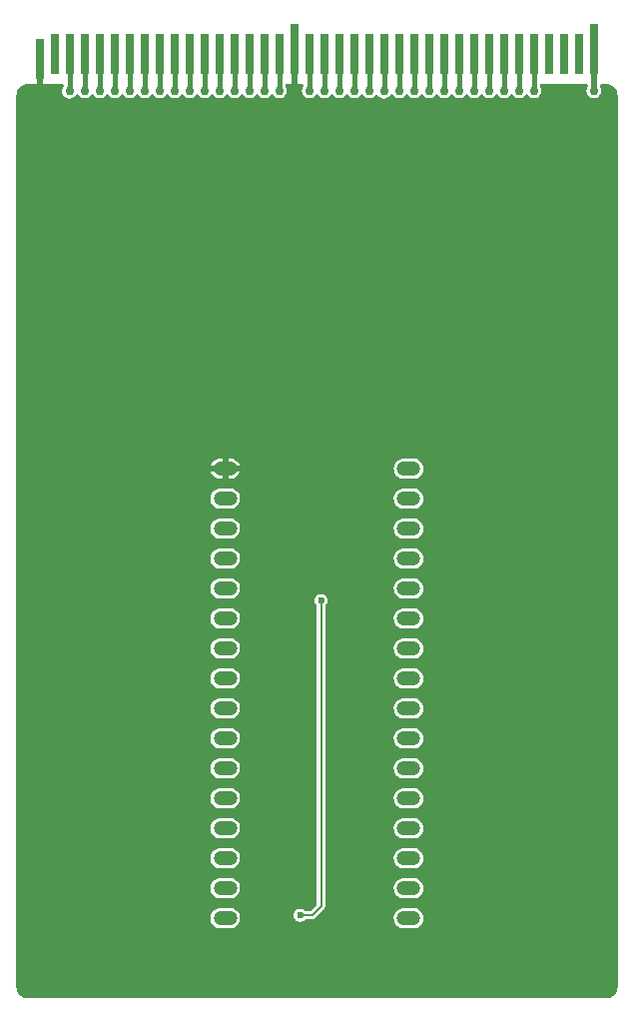
<source format=gbr>
%TF.GenerationSoftware,KiCad,Pcbnew,7.0.8*%
%TF.CreationDate,2023-11-19T22:04:51+01:00*%
%TF.ProjectId,ProtoHu_revA_layer1,50726f74-6f48-4755-9f72-6576415f6c61,rev?*%
%TF.SameCoordinates,Original*%
%TF.FileFunction,Copper,L1,Top*%
%TF.FilePolarity,Positive*%
%FSLAX46Y46*%
G04 Gerber Fmt 4.6, Leading zero omitted, Abs format (unit mm)*
G04 Created by KiCad (PCBNEW 7.0.8) date 2023-11-19 22:04:51*
%MOMM*%
%LPD*%
G01*
G04 APERTURE LIST*
%TA.AperFunction,SMDPad,CuDef*%
%ADD10R,0.762000X3.479800*%
%TD*%
%TA.AperFunction,SMDPad,CuDef*%
%ADD11R,0.762000X4.318000*%
%TD*%
%TA.AperFunction,ComponentPad*%
%ADD12O,2.000000X1.250000*%
%TD*%
%TA.AperFunction,ViaPad*%
%ADD13C,0.600000*%
%TD*%
%TA.AperFunction,ViaPad*%
%ADD14C,0.756400*%
%TD*%
%TA.AperFunction,Conductor*%
%ADD15C,0.500000*%
%TD*%
%TA.AperFunction,Conductor*%
%ADD16C,0.400000*%
%TD*%
%TA.AperFunction,Conductor*%
%ADD17C,0.200000*%
%TD*%
G04 APERTURE END LIST*
D10*
%TO.P,J1,1,/CARD_DETECT*%
%TO.N,GND*%
X124993400Y-66878200D03*
%TO.P,J1,2,AUDIO_IN*%
%TO.N,unconnected-(J1-AUDIO_IN-Pad2)*%
X126263400Y-66471800D03*
%TO.P,J1,3,A19*%
%TO.N,A19*%
X127533400Y-66471800D03*
%TO.P,J1,4,A16*%
%TO.N,Net-(IC1-A16)*%
X128803400Y-66471800D03*
%TO.P,J1,5,A15*%
%TO.N,Net-(IC1-A15)*%
X130073400Y-66471800D03*
%TO.P,J1,6,A12*%
%TO.N,Net-(IC1-A12)*%
X131343400Y-66471800D03*
%TO.P,J1,7,A7*%
%TO.N,Net-(IC1-A7)*%
X132613400Y-66471800D03*
%TO.P,J1,8,A6*%
%TO.N,Net-(IC1-A6)*%
X133883400Y-66471800D03*
%TO.P,J1,9,A5*%
%TO.N,Net-(IC1-A5)*%
X135153400Y-66471800D03*
%TO.P,J1,10,A4*%
%TO.N,Net-(IC1-A4)*%
X136423400Y-66471800D03*
%TO.P,J1,11,A3*%
%TO.N,Net-(IC1-A3)*%
X137693400Y-66471800D03*
%TO.P,J1,12,A2*%
%TO.N,Net-(IC1-A2)*%
X138963400Y-66471800D03*
%TO.P,J1,13,A1*%
%TO.N,Net-(IC1-A1)*%
X140233400Y-66471800D03*
%TO.P,J1,14,A0*%
%TO.N,Net-(IC1-A0)*%
X141503400Y-66471800D03*
%TO.P,J1,15,D0*%
%TO.N,Net-(IC1-DQ0)*%
X142773400Y-66471800D03*
%TO.P,J1,16,D1*%
%TO.N,Net-(IC1-DQ1)*%
X144043400Y-66471800D03*
%TO.P,J1,17,D2*%
%TO.N,Net-(IC1-DQ2)*%
X145313400Y-66471800D03*
D11*
%TO.P,J1,18,GND*%
%TO.N,GND*%
X146583400Y-66065400D03*
D10*
%TO.P,J1,19,D3*%
%TO.N,Net-(IC1-DQ3)*%
X147853400Y-66471800D03*
%TO.P,J1,20,D4*%
%TO.N,Net-(IC1-DQ4)*%
X149123400Y-66471800D03*
%TO.P,J1,21,D5*%
%TO.N,Net-(IC1-DQ5)*%
X150393400Y-66471800D03*
%TO.P,J1,22,D6*%
%TO.N,Net-(IC1-DQ6)*%
X151663400Y-66471800D03*
%TO.P,J1,23,D7*%
%TO.N,Net-(IC1-DQ7)*%
X152933400Y-66471800D03*
%TO.P,J1,24,A20*%
%TO.N,A20*%
X154203400Y-66471800D03*
%TO.P,J1,25,A10*%
%TO.N,Net-(IC1-A10)*%
X155473400Y-66471800D03*
%TO.P,J1,26,/RD*%
%TO.N,Net-(IC1-~{OE})*%
X156743400Y-66471800D03*
%TO.P,J1,27,A11*%
%TO.N,Net-(IC1-A11)*%
X158013400Y-66471800D03*
%TO.P,J1,28,A9*%
%TO.N,Net-(IC1-A9)*%
X159283400Y-66471800D03*
%TO.P,J1,29,A8*%
%TO.N,Net-(IC1-A8)*%
X160553400Y-66471800D03*
%TO.P,J1,30,A13*%
%TO.N,Net-(IC1-A13)*%
X161823400Y-66471800D03*
%TO.P,J1,31,A14*%
%TO.N,Net-(IC1-A14)*%
X163093400Y-66471800D03*
%TO.P,J1,32,A17*%
%TO.N,Net-(IC1-A17)*%
X164363400Y-66471800D03*
%TO.P,J1,33,A18*%
%TO.N,Net-(IC1-A18)*%
X165633400Y-66471800D03*
%TO.P,J1,34,/WR*%
%TO.N,Net-(IC1-~{WE})*%
X166903400Y-66471800D03*
%TO.P,J1,35,HISPEED*%
%TO.N,unconnected-(J1-HISPEED-Pad35)*%
X168173400Y-66471800D03*
%TO.P,J1,36,/RESET*%
%TO.N,unconnected-(J1-{slash}RESET-Pad36)*%
X169443400Y-66471800D03*
%TO.P,J1,37,/IRQ2*%
%TO.N,unconnected-(J1-{slash}IRQ2-Pad37)*%
X170713400Y-66471800D03*
D11*
%TO.P,J1,38,VCC*%
%TO.N,VCC*%
X171983400Y-66065400D03*
%TD*%
D12*
%TO.P,J2,1,A18*%
%TO.N,Net-(IC1-A18)*%
X140716000Y-139700000D03*
%TO.P,J2,2,A16*%
%TO.N,Net-(IC1-A16)*%
X140716000Y-137160000D03*
%TO.P,J2,3,A15*%
%TO.N,Net-(IC1-A15)*%
X140716000Y-134620000D03*
%TO.P,J2,4,A12*%
%TO.N,Net-(IC1-A12)*%
X140716000Y-132080000D03*
%TO.P,J2,5,A7*%
%TO.N,Net-(IC1-A7)*%
X140716000Y-129540000D03*
%TO.P,J2,6,A6*%
%TO.N,Net-(IC1-A6)*%
X140716000Y-127000000D03*
%TO.P,J2,7,A5*%
%TO.N,Net-(IC1-A5)*%
X140716000Y-124460000D03*
%TO.P,J2,8,A4*%
%TO.N,Net-(IC1-A4)*%
X140716000Y-121920000D03*
%TO.P,J2,9,A3*%
%TO.N,Net-(IC1-A3)*%
X140716000Y-119380000D03*
%TO.P,J2,10,A2*%
%TO.N,Net-(IC1-A2)*%
X140716000Y-116840000D03*
%TO.P,J2,11,A1*%
%TO.N,Net-(IC1-A1)*%
X140716000Y-114300000D03*
%TO.P,J2,12,A0*%
%TO.N,Net-(IC1-A0)*%
X140716000Y-111760000D03*
%TO.P,J2,13,DQ0*%
%TO.N,Net-(IC1-DQ0)*%
X140716000Y-109220000D03*
%TO.P,J2,14,DQ1*%
%TO.N,Net-(IC1-DQ1)*%
X140716000Y-106680000D03*
%TO.P,J2,15,DQ2*%
%TO.N,Net-(IC1-DQ2)*%
X140716000Y-104140000D03*
%TO.P,J2,16,VSS*%
%TO.N,GND*%
X140716000Y-101600000D03*
%TO.P,J2,17,DQ3*%
%TO.N,Net-(IC1-DQ3)*%
X156274000Y-101600000D03*
%TO.P,J2,18,DQ4*%
%TO.N,Net-(IC1-DQ4)*%
X156274000Y-104140000D03*
%TO.P,J2,19,DQ5*%
%TO.N,Net-(IC1-DQ5)*%
X156274000Y-106680000D03*
%TO.P,J2,20,DQ6*%
%TO.N,Net-(IC1-DQ6)*%
X156274000Y-109220000D03*
%TO.P,J2,21,DQ7*%
%TO.N,Net-(IC1-DQ7)*%
X156274000Y-111760000D03*
%TO.P,J2,22,CE#*%
%TO.N,A20*%
X156274000Y-114300000D03*
%TO.P,J2,23,A10*%
%TO.N,Net-(IC1-A10)*%
X156274000Y-116840000D03*
%TO.P,J2,24,OE#*%
%TO.N,Net-(IC1-~{OE})*%
X156274000Y-119380000D03*
%TO.P,J2,25,A11*%
%TO.N,Net-(IC1-A11)*%
X156274000Y-121920000D03*
%TO.P,J2,26,A9*%
%TO.N,Net-(IC1-A9)*%
X156274000Y-124460000D03*
%TO.P,J2,27,A8*%
%TO.N,Net-(IC1-A8)*%
X156274000Y-127000000D03*
%TO.P,J2,28,A13*%
%TO.N,Net-(IC1-A13)*%
X156274000Y-129540000D03*
%TO.P,J2,29,A14*%
%TO.N,Net-(IC1-A14)*%
X156274000Y-132080000D03*
%TO.P,J2,30,A17*%
%TO.N,Net-(IC1-A17)*%
X156274000Y-134620000D03*
%TO.P,J2,31,WE#*%
%TO.N,Net-(IC1-~{WE})*%
X156274000Y-137160000D03*
%TO.P,J2,32,VDD*%
%TO.N,VCC*%
X156274000Y-139700000D03*
%TD*%
D13*
%TO.N,GND*%
X149700000Y-136200000D03*
X151130000Y-120500000D03*
X147300000Y-136200000D03*
X145750000Y-120500000D03*
X153670000Y-136398000D03*
X149700000Y-137700000D03*
X148240000Y-105470600D03*
X151130000Y-117094000D03*
X151130000Y-113284000D03*
X145669000Y-117094000D03*
X147300000Y-137700000D03*
X145669000Y-113284000D03*
D14*
%TO.N,VCC*%
X171983400Y-69570600D03*
%TO.N,Net-(IC1-A11)*%
X158013400Y-69570600D03*
%TO.N,Net-(IC1-A9)*%
X159283400Y-69570600D03*
%TO.N,Net-(IC1-A8)*%
X160553400Y-69570600D03*
%TO.N,Net-(IC1-A13)*%
X161823400Y-69570600D03*
%TO.N,Net-(IC1-A14)*%
X163093400Y-69570600D03*
%TO.N,Net-(IC1-A17)*%
X164363400Y-69570600D03*
%TO.N,Net-(IC1-~{WE})*%
X166903400Y-69570600D03*
%TO.N,Net-(IC1-A18)*%
X165633400Y-69570600D03*
%TO.N,Net-(IC1-A16)*%
X128803400Y-69570600D03*
%TO.N,Net-(IC1-A15)*%
X130073400Y-69570600D03*
%TO.N,Net-(IC1-A12)*%
X131343400Y-69570600D03*
%TO.N,Net-(IC1-A7)*%
X132613400Y-69570600D03*
%TO.N,Net-(IC1-A6)*%
X133883400Y-69570600D03*
%TO.N,Net-(IC1-A5)*%
X135153400Y-69570600D03*
%TO.N,Net-(IC1-A4)*%
X136423400Y-69570600D03*
%TO.N,Net-(IC1-A3)*%
X137693400Y-69570600D03*
%TO.N,Net-(IC1-A2)*%
X138963400Y-69570600D03*
%TO.N,Net-(IC1-A1)*%
X140233400Y-69570600D03*
%TO.N,Net-(IC1-A0)*%
X141503400Y-69570600D03*
%TO.N,Net-(IC1-DQ0)*%
X142773400Y-69570600D03*
%TO.N,Net-(IC1-DQ1)*%
X144043400Y-69570600D03*
%TO.N,Net-(IC1-DQ2)*%
X145313400Y-69570600D03*
%TO.N,Net-(IC1-DQ3)*%
X147853400Y-69570600D03*
%TO.N,Net-(IC1-DQ4)*%
X149123400Y-69570600D03*
%TO.N,Net-(IC1-DQ5)*%
X150393400Y-69570600D03*
%TO.N,Net-(IC1-DQ6)*%
X151663400Y-69570600D03*
%TO.N,Net-(IC1-DQ7)*%
X152933400Y-69570600D03*
D13*
%TO.N,FLASH_CE*%
X147066000Y-139446000D03*
X148844000Y-112776000D03*
D14*
%TO.N,Net-(IC1-A10)*%
X155473400Y-69570600D03*
%TO.N,Net-(IC1-~{OE})*%
X156743400Y-69570600D03*
%TO.N,A19*%
X127508000Y-69596000D03*
%TO.N,A20*%
X154178000Y-69596000D03*
%TD*%
D15*
%TO.N,GND*%
X144018000Y-101600000D02*
X140716000Y-101600000D01*
X146583400Y-99034600D02*
X144018000Y-101600000D01*
X124993400Y-90793400D02*
X124993400Y-66878200D01*
X135800000Y-101600000D02*
X124993400Y-90793400D01*
X146583400Y-66065400D02*
X146583400Y-99034600D01*
X140716000Y-101600000D02*
X135800000Y-101600000D01*
%TO.N,VCC*%
X171983400Y-69570600D02*
X171983400Y-66065400D01*
D16*
%TO.N,Net-(IC1-A11)*%
X158013400Y-69570600D02*
X158013400Y-66471800D01*
%TO.N,Net-(IC1-A9)*%
X159283400Y-69570600D02*
X159283400Y-66471800D01*
%TO.N,Net-(IC1-A8)*%
X160553400Y-69570600D02*
X160553400Y-66471800D01*
%TO.N,Net-(IC1-A13)*%
X161823400Y-69570600D02*
X161823400Y-66471800D01*
%TO.N,Net-(IC1-A14)*%
X163093400Y-69570600D02*
X163093400Y-66471800D01*
%TO.N,Net-(IC1-A17)*%
X164363400Y-69570600D02*
X164363400Y-66471800D01*
%TO.N,Net-(IC1-~{WE})*%
X166903400Y-69570600D02*
X166903400Y-66471800D01*
%TO.N,Net-(IC1-A18)*%
X165633400Y-69570600D02*
X165633400Y-66471800D01*
%TO.N,Net-(IC1-A16)*%
X128803400Y-69570600D02*
X128803400Y-66471800D01*
%TO.N,Net-(IC1-A15)*%
X130073400Y-66471800D02*
X130073400Y-69570600D01*
%TO.N,Net-(IC1-A12)*%
X131343400Y-69570600D02*
X131343400Y-66471800D01*
%TO.N,Net-(IC1-A7)*%
X132613400Y-69570600D02*
X132613400Y-66471800D01*
%TO.N,Net-(IC1-A6)*%
X133883400Y-69570600D02*
X133883400Y-66471800D01*
%TO.N,Net-(IC1-A5)*%
X135153400Y-69570600D02*
X135153400Y-66471800D01*
%TO.N,Net-(IC1-A4)*%
X136423400Y-69570600D02*
X136423400Y-66471800D01*
%TO.N,Net-(IC1-A3)*%
X137693400Y-69570600D02*
X137693400Y-66471800D01*
%TO.N,Net-(IC1-A2)*%
X138963400Y-69570600D02*
X138963400Y-66471800D01*
%TO.N,Net-(IC1-A1)*%
X140233400Y-69570600D02*
X140233400Y-66471800D01*
%TO.N,Net-(IC1-A0)*%
X141503400Y-69570600D02*
X141503400Y-66471800D01*
%TO.N,Net-(IC1-DQ0)*%
X142773400Y-69570600D02*
X142773400Y-66471800D01*
%TO.N,Net-(IC1-DQ1)*%
X144043400Y-69570600D02*
X144043400Y-66471800D01*
%TO.N,Net-(IC1-DQ2)*%
X145313400Y-69570600D02*
X145313400Y-66471800D01*
%TO.N,Net-(IC1-DQ3)*%
X147853400Y-69570600D02*
X147853400Y-66471800D01*
%TO.N,Net-(IC1-DQ4)*%
X149123400Y-69570600D02*
X149123400Y-66471800D01*
%TO.N,Net-(IC1-DQ5)*%
X150393400Y-69570600D02*
X150393400Y-66471800D01*
%TO.N,Net-(IC1-DQ6)*%
X151663400Y-69570600D02*
X151663400Y-66471800D01*
%TO.N,Net-(IC1-DQ7)*%
X152933400Y-69570600D02*
X152933400Y-66471800D01*
D17*
%TO.N,FLASH_CE*%
X148844000Y-138684000D02*
X148082000Y-139446000D01*
X148082000Y-139446000D02*
X147066000Y-139446000D01*
X148844000Y-112776000D02*
X148844000Y-138684000D01*
D16*
%TO.N,Net-(IC1-A10)*%
X155473400Y-69570600D02*
X155473400Y-66471800D01*
%TO.N,Net-(IC1-~{OE})*%
X156743400Y-69570600D02*
X156743400Y-66471800D01*
%TO.N,A19*%
X127533400Y-66471800D02*
X127533400Y-69570600D01*
D17*
X127533400Y-69570600D02*
X127508000Y-69596000D01*
D16*
%TO.N,A20*%
X154203400Y-66471800D02*
X154203400Y-69570600D01*
D17*
X154203400Y-69570600D02*
X154178000Y-69596000D01*
%TD*%
%TA.AperFunction,Conductor*%
%TO.N,GND*%
G36*
X126986238Y-69019685D02*
G01*
X127031993Y-69072489D01*
X127041937Y-69141647D01*
X127021249Y-69194440D01*
X126947226Y-69301679D01*
X126893084Y-69444437D01*
X126874682Y-69595999D01*
X126874682Y-69596000D01*
X126893084Y-69747562D01*
X126947226Y-69890320D01*
X127033954Y-70015967D01*
X127033955Y-70015968D01*
X127148234Y-70117210D01*
X127283422Y-70188163D01*
X127431662Y-70224700D01*
X127584338Y-70224700D01*
X127732578Y-70188163D01*
X127867766Y-70117210D01*
X127982045Y-70015968D01*
X128062416Y-69899529D01*
X128116699Y-69855540D01*
X128186147Y-69847880D01*
X128248712Y-69878983D01*
X128266515Y-69899529D01*
X128329355Y-69990568D01*
X128443634Y-70091810D01*
X128578822Y-70162763D01*
X128727062Y-70199300D01*
X128879738Y-70199300D01*
X129027978Y-70162763D01*
X129163166Y-70091810D01*
X129277445Y-69990568D01*
X129336350Y-69905228D01*
X129390633Y-69861239D01*
X129460081Y-69853579D01*
X129522646Y-69884682D01*
X129540448Y-69905227D01*
X129599355Y-69990568D01*
X129713634Y-70091810D01*
X129848822Y-70162763D01*
X129997062Y-70199300D01*
X130149738Y-70199300D01*
X130297978Y-70162763D01*
X130433166Y-70091810D01*
X130547445Y-69990568D01*
X130606350Y-69905228D01*
X130660633Y-69861239D01*
X130730081Y-69853579D01*
X130792646Y-69884682D01*
X130810448Y-69905227D01*
X130869355Y-69990568D01*
X130983634Y-70091810D01*
X131118822Y-70162763D01*
X131267062Y-70199300D01*
X131419738Y-70199300D01*
X131567978Y-70162763D01*
X131703166Y-70091810D01*
X131817445Y-69990568D01*
X131876350Y-69905228D01*
X131930633Y-69861239D01*
X132000081Y-69853579D01*
X132062646Y-69884682D01*
X132080448Y-69905227D01*
X132139355Y-69990568D01*
X132253634Y-70091810D01*
X132388822Y-70162763D01*
X132537062Y-70199300D01*
X132689738Y-70199300D01*
X132837978Y-70162763D01*
X132973166Y-70091810D01*
X133087445Y-69990568D01*
X133146350Y-69905228D01*
X133200633Y-69861239D01*
X133270081Y-69853579D01*
X133332646Y-69884682D01*
X133350448Y-69905227D01*
X133409355Y-69990568D01*
X133523634Y-70091810D01*
X133658822Y-70162763D01*
X133807062Y-70199300D01*
X133959738Y-70199300D01*
X134107978Y-70162763D01*
X134243166Y-70091810D01*
X134357445Y-69990568D01*
X134416350Y-69905228D01*
X134470633Y-69861239D01*
X134540081Y-69853579D01*
X134602646Y-69884682D01*
X134620448Y-69905227D01*
X134679355Y-69990568D01*
X134793634Y-70091810D01*
X134928822Y-70162763D01*
X135077062Y-70199300D01*
X135229738Y-70199300D01*
X135377978Y-70162763D01*
X135513166Y-70091810D01*
X135627445Y-69990568D01*
X135686350Y-69905228D01*
X135740633Y-69861239D01*
X135810081Y-69853579D01*
X135872646Y-69884682D01*
X135890448Y-69905227D01*
X135949355Y-69990568D01*
X136063634Y-70091810D01*
X136198822Y-70162763D01*
X136347062Y-70199300D01*
X136499738Y-70199300D01*
X136647978Y-70162763D01*
X136783166Y-70091810D01*
X136897445Y-69990568D01*
X136956350Y-69905228D01*
X137010633Y-69861239D01*
X137080081Y-69853579D01*
X137142646Y-69884682D01*
X137160448Y-69905227D01*
X137219355Y-69990568D01*
X137333634Y-70091810D01*
X137468822Y-70162763D01*
X137617062Y-70199300D01*
X137769738Y-70199300D01*
X137917978Y-70162763D01*
X138053166Y-70091810D01*
X138167445Y-69990568D01*
X138226350Y-69905228D01*
X138280633Y-69861239D01*
X138350081Y-69853579D01*
X138412646Y-69884682D01*
X138430448Y-69905227D01*
X138489355Y-69990568D01*
X138603634Y-70091810D01*
X138738822Y-70162763D01*
X138887062Y-70199300D01*
X139039738Y-70199300D01*
X139187978Y-70162763D01*
X139323166Y-70091810D01*
X139437445Y-69990568D01*
X139496350Y-69905228D01*
X139550633Y-69861239D01*
X139620081Y-69853579D01*
X139682646Y-69884682D01*
X139700448Y-69905227D01*
X139759355Y-69990568D01*
X139873634Y-70091810D01*
X140008822Y-70162763D01*
X140157062Y-70199300D01*
X140309738Y-70199300D01*
X140457978Y-70162763D01*
X140593166Y-70091810D01*
X140707445Y-69990568D01*
X140766350Y-69905228D01*
X140820633Y-69861239D01*
X140890081Y-69853579D01*
X140952646Y-69884682D01*
X140970448Y-69905227D01*
X141029355Y-69990568D01*
X141143634Y-70091810D01*
X141278822Y-70162763D01*
X141427062Y-70199300D01*
X141579738Y-70199300D01*
X141727978Y-70162763D01*
X141863166Y-70091810D01*
X141977445Y-69990568D01*
X142036350Y-69905228D01*
X142090633Y-69861239D01*
X142160081Y-69853579D01*
X142222646Y-69884682D01*
X142240448Y-69905227D01*
X142299355Y-69990568D01*
X142413634Y-70091810D01*
X142548822Y-70162763D01*
X142697062Y-70199300D01*
X142849738Y-70199300D01*
X142997978Y-70162763D01*
X143133166Y-70091810D01*
X143247445Y-69990568D01*
X143306350Y-69905228D01*
X143360633Y-69861239D01*
X143430081Y-69853579D01*
X143492646Y-69884682D01*
X143510448Y-69905227D01*
X143569355Y-69990568D01*
X143683634Y-70091810D01*
X143818822Y-70162763D01*
X143967062Y-70199300D01*
X144119738Y-70199300D01*
X144267978Y-70162763D01*
X144403166Y-70091810D01*
X144517445Y-69990568D01*
X144576350Y-69905228D01*
X144630633Y-69861239D01*
X144700081Y-69853579D01*
X144762646Y-69884682D01*
X144780448Y-69905227D01*
X144839355Y-69990568D01*
X144953634Y-70091810D01*
X145088822Y-70162763D01*
X145237062Y-70199300D01*
X145389738Y-70199300D01*
X145537978Y-70162763D01*
X145673166Y-70091810D01*
X145787445Y-69990568D01*
X145874175Y-69864918D01*
X145928315Y-69722163D01*
X145946718Y-69570600D01*
X145928315Y-69419037D01*
X145874175Y-69276282D01*
X145817681Y-69194437D01*
X145795800Y-69128086D01*
X145813265Y-69060434D01*
X145864533Y-69012964D01*
X145919733Y-69000000D01*
X147247067Y-69000000D01*
X147314106Y-69019685D01*
X147359861Y-69072489D01*
X147369805Y-69141647D01*
X147349118Y-69194437D01*
X147313333Y-69246281D01*
X147292625Y-69276281D01*
X147238484Y-69419037D01*
X147220082Y-69570599D01*
X147220082Y-69570600D01*
X147238484Y-69722162D01*
X147248118Y-69747563D01*
X147289068Y-69855540D01*
X147292626Y-69864920D01*
X147341916Y-69936329D01*
X147379355Y-69990568D01*
X147493634Y-70091810D01*
X147628822Y-70162763D01*
X147777062Y-70199300D01*
X147929738Y-70199300D01*
X148077978Y-70162763D01*
X148213166Y-70091810D01*
X148327445Y-69990568D01*
X148386350Y-69905228D01*
X148440633Y-69861239D01*
X148510081Y-69853579D01*
X148572646Y-69884682D01*
X148590448Y-69905227D01*
X148649355Y-69990568D01*
X148763634Y-70091810D01*
X148898822Y-70162763D01*
X149047062Y-70199300D01*
X149199738Y-70199300D01*
X149347978Y-70162763D01*
X149483166Y-70091810D01*
X149597445Y-69990568D01*
X149656350Y-69905228D01*
X149710633Y-69861239D01*
X149780081Y-69853579D01*
X149842646Y-69884682D01*
X149860448Y-69905227D01*
X149919355Y-69990568D01*
X150033634Y-70091810D01*
X150168822Y-70162763D01*
X150317062Y-70199300D01*
X150469738Y-70199300D01*
X150617978Y-70162763D01*
X150753166Y-70091810D01*
X150867445Y-69990568D01*
X150926350Y-69905228D01*
X150980633Y-69861239D01*
X151050081Y-69853579D01*
X151112646Y-69884682D01*
X151130448Y-69905227D01*
X151189355Y-69990568D01*
X151303634Y-70091810D01*
X151438822Y-70162763D01*
X151587062Y-70199300D01*
X151739738Y-70199300D01*
X151887978Y-70162763D01*
X152023166Y-70091810D01*
X152137445Y-69990568D01*
X152196350Y-69905228D01*
X152250633Y-69861239D01*
X152320081Y-69853579D01*
X152382646Y-69884682D01*
X152400448Y-69905227D01*
X152459355Y-69990568D01*
X152573634Y-70091810D01*
X152708822Y-70162763D01*
X152857062Y-70199300D01*
X153009738Y-70199300D01*
X153157978Y-70162763D01*
X153293166Y-70091810D01*
X153407445Y-69990568D01*
X153444885Y-69936326D01*
X153499164Y-69892338D01*
X153568613Y-69884678D01*
X153631178Y-69915780D01*
X153648983Y-69936328D01*
X153703955Y-70015968D01*
X153818234Y-70117210D01*
X153953422Y-70188163D01*
X154101662Y-70224700D01*
X154254338Y-70224700D01*
X154402578Y-70188163D01*
X154537766Y-70117210D01*
X154652045Y-70015968D01*
X154732416Y-69899529D01*
X154786699Y-69855540D01*
X154856147Y-69847880D01*
X154918712Y-69878983D01*
X154936515Y-69899529D01*
X154999355Y-69990568D01*
X155113634Y-70091810D01*
X155248822Y-70162763D01*
X155397062Y-70199300D01*
X155549738Y-70199300D01*
X155697978Y-70162763D01*
X155833166Y-70091810D01*
X155947445Y-69990568D01*
X156006350Y-69905228D01*
X156060633Y-69861239D01*
X156130081Y-69853579D01*
X156192646Y-69884682D01*
X156210448Y-69905227D01*
X156269355Y-69990568D01*
X156383634Y-70091810D01*
X156518822Y-70162763D01*
X156667062Y-70199300D01*
X156819738Y-70199300D01*
X156967978Y-70162763D01*
X157103166Y-70091810D01*
X157217445Y-69990568D01*
X157276350Y-69905228D01*
X157330633Y-69861239D01*
X157400081Y-69853579D01*
X157462646Y-69884682D01*
X157480448Y-69905227D01*
X157539355Y-69990568D01*
X157653634Y-70091810D01*
X157788822Y-70162763D01*
X157937062Y-70199300D01*
X158089738Y-70199300D01*
X158237978Y-70162763D01*
X158373166Y-70091810D01*
X158487445Y-69990568D01*
X158546350Y-69905228D01*
X158600633Y-69861239D01*
X158670081Y-69853579D01*
X158732646Y-69884682D01*
X158750448Y-69905227D01*
X158809355Y-69990568D01*
X158923634Y-70091810D01*
X159058822Y-70162763D01*
X159207062Y-70199300D01*
X159359738Y-70199300D01*
X159507978Y-70162763D01*
X159643166Y-70091810D01*
X159757445Y-69990568D01*
X159816350Y-69905228D01*
X159870633Y-69861239D01*
X159940081Y-69853579D01*
X160002646Y-69884682D01*
X160020448Y-69905227D01*
X160079355Y-69990568D01*
X160193634Y-70091810D01*
X160328822Y-70162763D01*
X160477062Y-70199300D01*
X160629738Y-70199300D01*
X160777978Y-70162763D01*
X160913166Y-70091810D01*
X161027445Y-69990568D01*
X161086350Y-69905228D01*
X161140633Y-69861239D01*
X161210081Y-69853579D01*
X161272646Y-69884682D01*
X161290448Y-69905227D01*
X161349355Y-69990568D01*
X161463634Y-70091810D01*
X161598822Y-70162763D01*
X161747062Y-70199300D01*
X161899738Y-70199300D01*
X162047978Y-70162763D01*
X162183166Y-70091810D01*
X162297445Y-69990568D01*
X162356350Y-69905228D01*
X162410633Y-69861239D01*
X162480081Y-69853579D01*
X162542646Y-69884682D01*
X162560448Y-69905227D01*
X162619355Y-69990568D01*
X162733634Y-70091810D01*
X162868822Y-70162763D01*
X163017062Y-70199300D01*
X163169738Y-70199300D01*
X163317978Y-70162763D01*
X163453166Y-70091810D01*
X163567445Y-69990568D01*
X163626350Y-69905228D01*
X163680633Y-69861239D01*
X163750081Y-69853579D01*
X163812646Y-69884682D01*
X163830448Y-69905227D01*
X163889355Y-69990568D01*
X164003634Y-70091810D01*
X164138822Y-70162763D01*
X164287062Y-70199300D01*
X164439738Y-70199300D01*
X164587978Y-70162763D01*
X164723166Y-70091810D01*
X164837445Y-69990568D01*
X164896350Y-69905228D01*
X164950633Y-69861239D01*
X165020081Y-69853579D01*
X165082646Y-69884682D01*
X165100448Y-69905227D01*
X165159355Y-69990568D01*
X165273634Y-70091810D01*
X165408822Y-70162763D01*
X165557062Y-70199300D01*
X165709738Y-70199300D01*
X165857978Y-70162763D01*
X165993166Y-70091810D01*
X166107445Y-69990568D01*
X166166350Y-69905228D01*
X166220633Y-69861239D01*
X166290081Y-69853579D01*
X166352646Y-69884682D01*
X166370448Y-69905227D01*
X166429355Y-69990568D01*
X166543634Y-70091810D01*
X166678822Y-70162763D01*
X166827062Y-70199300D01*
X166979738Y-70199300D01*
X167127978Y-70162763D01*
X167263166Y-70091810D01*
X167377445Y-69990568D01*
X167464175Y-69864918D01*
X167518315Y-69722163D01*
X167536718Y-69570600D01*
X167518315Y-69419037D01*
X167464175Y-69276282D01*
X167407681Y-69194437D01*
X167385800Y-69128086D01*
X167403265Y-69060434D01*
X167454533Y-69012964D01*
X167509733Y-69000000D01*
X171358900Y-69000000D01*
X171425939Y-69019685D01*
X171471694Y-69072489D01*
X171482900Y-69124000D01*
X171482900Y-69150318D01*
X171463215Y-69217357D01*
X171460950Y-69220758D01*
X171422626Y-69276279D01*
X171368484Y-69419037D01*
X171350082Y-69570599D01*
X171350082Y-69570600D01*
X171368484Y-69722162D01*
X171378118Y-69747563D01*
X171419068Y-69855540D01*
X171422626Y-69864920D01*
X171471916Y-69936329D01*
X171509355Y-69990568D01*
X171623634Y-70091810D01*
X171758822Y-70162763D01*
X171907062Y-70199300D01*
X172059738Y-70199300D01*
X172207978Y-70162763D01*
X172343166Y-70091810D01*
X172457445Y-69990568D01*
X172544175Y-69864918D01*
X172598315Y-69722163D01*
X172616718Y-69570600D01*
X172598315Y-69419037D01*
X172544175Y-69276282D01*
X172505850Y-69220758D01*
X172483967Y-69154403D01*
X172483900Y-69150318D01*
X172483900Y-69124000D01*
X172503585Y-69056961D01*
X172556389Y-69011206D01*
X172607900Y-69000000D01*
X172996951Y-69000000D01*
X173003032Y-69000299D01*
X173064067Y-69006310D01*
X173182941Y-69018018D01*
X173206769Y-69022757D01*
X173371001Y-69072576D01*
X173393453Y-69081877D01*
X173544798Y-69162772D01*
X173565008Y-69176276D01*
X173587143Y-69194441D01*
X173697666Y-69285145D01*
X173714854Y-69302333D01*
X173823722Y-69434989D01*
X173837227Y-69455201D01*
X173918121Y-69606543D01*
X173927424Y-69629001D01*
X173977240Y-69793224D01*
X173981982Y-69817065D01*
X173999701Y-69996967D01*
X174000000Y-70003048D01*
X174000000Y-145496951D01*
X173999701Y-145503032D01*
X173981982Y-145682934D01*
X173977240Y-145706775D01*
X173927424Y-145870998D01*
X173918121Y-145893456D01*
X173837227Y-146044798D01*
X173823722Y-146065010D01*
X173714854Y-146197666D01*
X173697666Y-146214854D01*
X173565010Y-146323722D01*
X173544798Y-146337227D01*
X173393456Y-146418121D01*
X173370998Y-146427424D01*
X173206775Y-146477240D01*
X173182934Y-146481982D01*
X173003032Y-146499701D01*
X172996951Y-146500000D01*
X137000000Y-146500000D01*
X124003049Y-146500000D01*
X123996968Y-146499701D01*
X123817065Y-146481982D01*
X123793224Y-146477240D01*
X123629001Y-146427424D01*
X123606543Y-146418121D01*
X123455201Y-146337227D01*
X123434989Y-146323722D01*
X123302333Y-146214854D01*
X123285145Y-146197666D01*
X123176277Y-146065010D01*
X123162772Y-146044798D01*
X123081878Y-145893456D01*
X123072575Y-145870998D01*
X123022757Y-145706769D01*
X123018018Y-145682941D01*
X123000299Y-145503032D01*
X123000000Y-145496951D01*
X123000000Y-139652324D01*
X139461630Y-139652324D01*
X139469472Y-139796977D01*
X139471939Y-139842475D01*
X139516023Y-140001250D01*
X139522887Y-140025969D01*
X139522888Y-140025972D01*
X139612087Y-140194217D01*
X139612088Y-140194220D01*
X139735368Y-140339356D01*
X139735369Y-140339357D01*
X139886971Y-140454602D01*
X139886972Y-140454602D01*
X139886973Y-140454603D01*
X139886974Y-140454604D01*
X139992758Y-140503543D01*
X140059803Y-140534562D01*
X140059804Y-140534562D01*
X140059806Y-140534563D01*
X140116227Y-140546982D01*
X140245784Y-140575500D01*
X140245785Y-140575500D01*
X141138459Y-140575500D01*
X141138465Y-140575500D01*
X141280316Y-140560073D01*
X141460780Y-140499267D01*
X141623954Y-140401089D01*
X141762207Y-140270129D01*
X141869075Y-140112510D01*
X141869077Y-140112506D01*
X141939561Y-139935606D01*
X141939562Y-139935602D01*
X141970370Y-139747678D01*
X141960061Y-139557525D01*
X141929096Y-139446000D01*
X146510750Y-139446000D01*
X146529670Y-139589708D01*
X146529671Y-139589712D01*
X146585137Y-139723622D01*
X146585138Y-139723624D01*
X146585139Y-139723625D01*
X146673379Y-139838621D01*
X146788375Y-139926861D01*
X146788376Y-139926861D01*
X146788377Y-139926862D01*
X146833013Y-139945350D01*
X146922291Y-139982330D01*
X147049280Y-139999048D01*
X147065999Y-140001250D01*
X147066000Y-140001250D01*
X147066001Y-140001250D01*
X147080977Y-139999278D01*
X147209709Y-139982330D01*
X147343625Y-139926861D01*
X147458621Y-139838621D01*
X147458623Y-139838617D01*
X147458627Y-139838615D01*
X147464372Y-139832871D01*
X147466888Y-139835387D01*
X147510183Y-139803797D01*
X147552092Y-139796500D01*
X148032789Y-139796500D01*
X148058234Y-139799138D01*
X148067315Y-139801043D01*
X148083005Y-139799087D01*
X148099939Y-139796977D01*
X148107615Y-139796500D01*
X148111035Y-139796500D01*
X148111040Y-139796500D01*
X148114608Y-139795904D01*
X148132539Y-139792913D01*
X148159958Y-139789494D01*
X148183393Y-139786573D01*
X148183402Y-139786568D01*
X148190451Y-139784470D01*
X148197377Y-139782092D01*
X148197381Y-139782092D01*
X148242444Y-139757704D01*
X148288484Y-139735198D01*
X148288487Y-139735194D01*
X148294453Y-139730935D01*
X148300254Y-139726419D01*
X148300258Y-139726418D01*
X148334957Y-139688724D01*
X148371357Y-139652324D01*
X155019630Y-139652324D01*
X155027472Y-139796977D01*
X155029939Y-139842475D01*
X155074023Y-140001250D01*
X155080887Y-140025969D01*
X155080888Y-140025972D01*
X155170087Y-140194217D01*
X155170088Y-140194220D01*
X155293368Y-140339356D01*
X155293369Y-140339357D01*
X155444971Y-140454602D01*
X155444972Y-140454602D01*
X155444973Y-140454603D01*
X155444974Y-140454604D01*
X155550758Y-140503543D01*
X155617803Y-140534562D01*
X155617804Y-140534562D01*
X155617806Y-140534563D01*
X155674227Y-140546982D01*
X155803784Y-140575500D01*
X155803785Y-140575500D01*
X156696459Y-140575500D01*
X156696465Y-140575500D01*
X156838316Y-140560073D01*
X157018780Y-140499267D01*
X157181954Y-140401089D01*
X157320207Y-140270129D01*
X157427075Y-140112510D01*
X157427077Y-140112506D01*
X157497561Y-139935606D01*
X157497562Y-139935602D01*
X157528370Y-139747678D01*
X157518061Y-139557525D01*
X157467114Y-139374033D01*
X157377914Y-139205784D01*
X157377911Y-139205781D01*
X157377911Y-139205779D01*
X157254631Y-139060643D01*
X157173421Y-138998909D01*
X157103029Y-138945398D01*
X157103028Y-138945397D01*
X157103026Y-138945396D01*
X157103025Y-138945395D01*
X156930193Y-138865436D01*
X156744216Y-138824500D01*
X155851535Y-138824500D01*
X155851533Y-138824500D01*
X155709683Y-138839927D01*
X155529217Y-138900734D01*
X155366048Y-138998909D01*
X155227791Y-139129872D01*
X155120922Y-139287493D01*
X155050438Y-139464393D01*
X155019630Y-139652324D01*
X148371357Y-139652324D01*
X149057043Y-138966636D01*
X149076894Y-138950516D01*
X149084669Y-138945437D01*
X149104864Y-138919488D01*
X149109942Y-138913737D01*
X149112375Y-138911306D01*
X149125038Y-138893569D01*
X149156517Y-138853126D01*
X149156519Y-138853119D01*
X149160017Y-138846655D01*
X149163235Y-138840072D01*
X149163240Y-138840066D01*
X149177861Y-138790954D01*
X149194500Y-138742488D01*
X149194500Y-138742479D01*
X149195706Y-138735258D01*
X149196617Y-138727951D01*
X149194500Y-138676758D01*
X149194500Y-137112324D01*
X155019630Y-137112324D01*
X155029939Y-137302476D01*
X155080887Y-137485969D01*
X155080888Y-137485972D01*
X155170087Y-137654217D01*
X155170088Y-137654220D01*
X155293368Y-137799356D01*
X155293369Y-137799357D01*
X155444971Y-137914602D01*
X155444972Y-137914602D01*
X155444973Y-137914603D01*
X155444974Y-137914604D01*
X155550758Y-137963543D01*
X155617803Y-137994562D01*
X155617804Y-137994562D01*
X155617806Y-137994563D01*
X155674227Y-138006982D01*
X155803784Y-138035500D01*
X155803785Y-138035500D01*
X156696459Y-138035500D01*
X156696465Y-138035500D01*
X156838316Y-138020073D01*
X157018780Y-137959267D01*
X157181954Y-137861089D01*
X157320207Y-137730129D01*
X157427075Y-137572510D01*
X157427077Y-137572506D01*
X157497561Y-137395606D01*
X157497562Y-137395602D01*
X157528370Y-137207678D01*
X157518061Y-137017525D01*
X157467114Y-136834033D01*
X157377914Y-136665784D01*
X157377911Y-136665781D01*
X157377911Y-136665779D01*
X157254631Y-136520643D01*
X157103026Y-136405396D01*
X157103025Y-136405395D01*
X156930193Y-136325436D01*
X156744216Y-136284500D01*
X155851535Y-136284500D01*
X155851533Y-136284500D01*
X155709683Y-136299927D01*
X155529217Y-136360734D01*
X155366048Y-136458909D01*
X155227791Y-136589872D01*
X155120922Y-136747493D01*
X155050438Y-136924393D01*
X155019630Y-137112324D01*
X149194500Y-137112324D01*
X149194500Y-134572324D01*
X155019630Y-134572324D01*
X155029939Y-134762476D01*
X155080887Y-134945969D01*
X155080888Y-134945972D01*
X155170087Y-135114217D01*
X155170088Y-135114220D01*
X155293368Y-135259356D01*
X155293369Y-135259357D01*
X155444971Y-135374602D01*
X155444972Y-135374602D01*
X155444973Y-135374603D01*
X155444974Y-135374604D01*
X155550758Y-135423543D01*
X155617803Y-135454562D01*
X155617804Y-135454562D01*
X155617806Y-135454563D01*
X155674227Y-135466982D01*
X155803784Y-135495500D01*
X155803785Y-135495500D01*
X156696459Y-135495500D01*
X156696465Y-135495500D01*
X156838316Y-135480073D01*
X157018780Y-135419267D01*
X157181954Y-135321089D01*
X157320207Y-135190129D01*
X157427075Y-135032510D01*
X157427077Y-135032506D01*
X157497561Y-134855606D01*
X157497562Y-134855602D01*
X157528370Y-134667678D01*
X157518061Y-134477525D01*
X157467114Y-134294033D01*
X157377914Y-134125784D01*
X157377911Y-134125781D01*
X157377911Y-134125779D01*
X157254631Y-133980643D01*
X157103026Y-133865396D01*
X157103025Y-133865395D01*
X156930193Y-133785436D01*
X156744216Y-133744500D01*
X155851535Y-133744500D01*
X155851533Y-133744500D01*
X155709683Y-133759927D01*
X155529217Y-133820734D01*
X155366048Y-133918909D01*
X155227791Y-134049872D01*
X155120922Y-134207493D01*
X155050438Y-134384393D01*
X155019630Y-134572324D01*
X149194500Y-134572324D01*
X149194500Y-132032324D01*
X155019630Y-132032324D01*
X155029939Y-132222476D01*
X155080887Y-132405969D01*
X155080888Y-132405972D01*
X155170087Y-132574217D01*
X155170088Y-132574220D01*
X155293368Y-132719356D01*
X155293369Y-132719357D01*
X155444971Y-132834602D01*
X155444972Y-132834602D01*
X155444973Y-132834603D01*
X155444974Y-132834604D01*
X155550758Y-132883543D01*
X155617803Y-132914562D01*
X155617804Y-132914562D01*
X155617806Y-132914563D01*
X155674227Y-132926982D01*
X155803784Y-132955500D01*
X155803785Y-132955500D01*
X156696459Y-132955500D01*
X156696465Y-132955500D01*
X156838316Y-132940073D01*
X157018780Y-132879267D01*
X157181954Y-132781089D01*
X157320207Y-132650129D01*
X157427075Y-132492510D01*
X157427077Y-132492506D01*
X157497561Y-132315606D01*
X157497562Y-132315602D01*
X157528370Y-132127678D01*
X157518061Y-131937525D01*
X157467114Y-131754033D01*
X157377914Y-131585784D01*
X157377911Y-131585781D01*
X157377911Y-131585779D01*
X157254631Y-131440643D01*
X157103026Y-131325396D01*
X157103025Y-131325395D01*
X156930193Y-131245436D01*
X156744216Y-131204500D01*
X155851535Y-131204500D01*
X155851533Y-131204500D01*
X155709683Y-131219927D01*
X155529217Y-131280734D01*
X155366048Y-131378909D01*
X155227791Y-131509872D01*
X155120922Y-131667493D01*
X155050438Y-131844393D01*
X155019630Y-132032324D01*
X149194500Y-132032324D01*
X149194500Y-129492324D01*
X155019630Y-129492324D01*
X155029939Y-129682476D01*
X155080887Y-129865969D01*
X155080888Y-129865972D01*
X155170087Y-130034217D01*
X155170088Y-130034220D01*
X155293368Y-130179356D01*
X155293369Y-130179357D01*
X155444971Y-130294602D01*
X155444972Y-130294602D01*
X155444973Y-130294603D01*
X155444974Y-130294604D01*
X155550758Y-130343543D01*
X155617803Y-130374562D01*
X155617804Y-130374562D01*
X155617806Y-130374563D01*
X155674227Y-130386982D01*
X155803784Y-130415500D01*
X155803785Y-130415500D01*
X156696459Y-130415500D01*
X156696465Y-130415500D01*
X156838316Y-130400073D01*
X157018780Y-130339267D01*
X157181954Y-130241089D01*
X157320207Y-130110129D01*
X157427075Y-129952510D01*
X157427077Y-129952506D01*
X157497561Y-129775606D01*
X157497562Y-129775602D01*
X157528370Y-129587678D01*
X157518061Y-129397525D01*
X157467114Y-129214033D01*
X157377914Y-129045784D01*
X157377911Y-129045781D01*
X157377911Y-129045779D01*
X157254631Y-128900643D01*
X157103026Y-128785396D01*
X157103025Y-128785395D01*
X156930193Y-128705436D01*
X156744216Y-128664500D01*
X155851535Y-128664500D01*
X155851533Y-128664500D01*
X155709683Y-128679927D01*
X155529217Y-128740734D01*
X155366048Y-128838909D01*
X155227791Y-128969872D01*
X155120922Y-129127493D01*
X155050438Y-129304393D01*
X155019630Y-129492324D01*
X149194500Y-129492324D01*
X149194500Y-126952324D01*
X155019630Y-126952324D01*
X155029939Y-127142476D01*
X155080887Y-127325969D01*
X155080888Y-127325972D01*
X155170087Y-127494217D01*
X155170088Y-127494220D01*
X155293368Y-127639356D01*
X155293369Y-127639357D01*
X155444971Y-127754602D01*
X155444972Y-127754602D01*
X155444973Y-127754603D01*
X155444974Y-127754604D01*
X155550758Y-127803543D01*
X155617803Y-127834562D01*
X155617804Y-127834562D01*
X155617806Y-127834563D01*
X155674227Y-127846982D01*
X155803784Y-127875500D01*
X155803785Y-127875500D01*
X156696459Y-127875500D01*
X156696465Y-127875500D01*
X156838316Y-127860073D01*
X157018780Y-127799267D01*
X157181954Y-127701089D01*
X157320207Y-127570129D01*
X157427075Y-127412510D01*
X157427077Y-127412506D01*
X157497561Y-127235606D01*
X157497562Y-127235602D01*
X157528370Y-127047678D01*
X157518061Y-126857525D01*
X157467114Y-126674033D01*
X157377914Y-126505784D01*
X157377911Y-126505781D01*
X157377911Y-126505779D01*
X157254631Y-126360643D01*
X157103026Y-126245396D01*
X157103025Y-126245395D01*
X156930193Y-126165436D01*
X156744216Y-126124500D01*
X155851535Y-126124500D01*
X155851533Y-126124500D01*
X155709683Y-126139927D01*
X155529217Y-126200734D01*
X155366048Y-126298909D01*
X155227791Y-126429872D01*
X155120922Y-126587493D01*
X155050438Y-126764393D01*
X155019630Y-126952324D01*
X149194500Y-126952324D01*
X149194500Y-124412324D01*
X155019630Y-124412324D01*
X155029939Y-124602476D01*
X155080887Y-124785969D01*
X155080888Y-124785972D01*
X155170087Y-124954217D01*
X155170088Y-124954220D01*
X155293368Y-125099356D01*
X155293369Y-125099357D01*
X155444971Y-125214602D01*
X155444972Y-125214602D01*
X155444973Y-125214603D01*
X155444974Y-125214604D01*
X155550758Y-125263543D01*
X155617803Y-125294562D01*
X155617804Y-125294562D01*
X155617806Y-125294563D01*
X155674227Y-125306982D01*
X155803784Y-125335500D01*
X155803785Y-125335500D01*
X156696459Y-125335500D01*
X156696465Y-125335500D01*
X156838316Y-125320073D01*
X157018780Y-125259267D01*
X157181954Y-125161089D01*
X157320207Y-125030129D01*
X157427075Y-124872510D01*
X157427077Y-124872506D01*
X157497561Y-124695606D01*
X157497562Y-124695602D01*
X157528370Y-124507678D01*
X157518061Y-124317525D01*
X157467114Y-124134033D01*
X157377914Y-123965784D01*
X157377911Y-123965781D01*
X157377911Y-123965779D01*
X157254631Y-123820643D01*
X157103026Y-123705396D01*
X157103025Y-123705395D01*
X156930193Y-123625436D01*
X156744216Y-123584500D01*
X155851535Y-123584500D01*
X155851533Y-123584500D01*
X155709683Y-123599927D01*
X155529217Y-123660734D01*
X155366048Y-123758909D01*
X155227791Y-123889872D01*
X155120922Y-124047493D01*
X155050438Y-124224393D01*
X155019630Y-124412324D01*
X149194500Y-124412324D01*
X149194500Y-121872324D01*
X155019630Y-121872324D01*
X155029939Y-122062476D01*
X155080887Y-122245969D01*
X155080888Y-122245972D01*
X155170087Y-122414217D01*
X155170088Y-122414220D01*
X155293368Y-122559356D01*
X155293369Y-122559357D01*
X155444971Y-122674602D01*
X155444972Y-122674602D01*
X155444973Y-122674603D01*
X155444974Y-122674604D01*
X155550758Y-122723543D01*
X155617803Y-122754562D01*
X155617804Y-122754562D01*
X155617806Y-122754563D01*
X155674227Y-122766982D01*
X155803784Y-122795500D01*
X155803785Y-122795500D01*
X156696459Y-122795500D01*
X156696465Y-122795500D01*
X156838316Y-122780073D01*
X157018780Y-122719267D01*
X157181954Y-122621089D01*
X157320207Y-122490129D01*
X157427075Y-122332510D01*
X157427077Y-122332506D01*
X157497561Y-122155606D01*
X157497562Y-122155602D01*
X157528370Y-121967678D01*
X157518061Y-121777525D01*
X157467114Y-121594033D01*
X157377914Y-121425784D01*
X157377911Y-121425781D01*
X157377911Y-121425779D01*
X157254631Y-121280643D01*
X157103026Y-121165396D01*
X157103025Y-121165395D01*
X156930193Y-121085436D01*
X156744216Y-121044500D01*
X155851535Y-121044500D01*
X155851533Y-121044500D01*
X155709683Y-121059927D01*
X155529217Y-121120734D01*
X155366048Y-121218909D01*
X155227791Y-121349872D01*
X155120922Y-121507493D01*
X155050438Y-121684393D01*
X155019630Y-121872324D01*
X149194500Y-121872324D01*
X149194500Y-119332324D01*
X155019630Y-119332324D01*
X155029939Y-119522476D01*
X155080887Y-119705969D01*
X155080888Y-119705972D01*
X155170087Y-119874217D01*
X155170088Y-119874220D01*
X155293368Y-120019356D01*
X155293369Y-120019357D01*
X155444971Y-120134602D01*
X155444972Y-120134602D01*
X155444973Y-120134603D01*
X155444974Y-120134604D01*
X155550758Y-120183543D01*
X155617803Y-120214562D01*
X155617804Y-120214562D01*
X155617806Y-120214563D01*
X155674227Y-120226982D01*
X155803784Y-120255500D01*
X155803785Y-120255500D01*
X156696459Y-120255500D01*
X156696465Y-120255500D01*
X156838316Y-120240073D01*
X157018780Y-120179267D01*
X157181954Y-120081089D01*
X157320207Y-119950129D01*
X157427075Y-119792510D01*
X157427077Y-119792506D01*
X157497561Y-119615606D01*
X157497562Y-119615602D01*
X157528370Y-119427678D01*
X157518061Y-119237525D01*
X157467114Y-119054033D01*
X157377914Y-118885784D01*
X157377911Y-118885781D01*
X157377911Y-118885779D01*
X157254631Y-118740643D01*
X157103026Y-118625396D01*
X157103025Y-118625395D01*
X156930193Y-118545436D01*
X156744216Y-118504500D01*
X155851535Y-118504500D01*
X155851533Y-118504500D01*
X155709683Y-118519927D01*
X155529217Y-118580734D01*
X155366048Y-118678909D01*
X155227791Y-118809872D01*
X155120922Y-118967493D01*
X155050438Y-119144393D01*
X155019630Y-119332324D01*
X149194500Y-119332324D01*
X149194500Y-116792324D01*
X155019630Y-116792324D01*
X155029939Y-116982476D01*
X155080887Y-117165969D01*
X155080888Y-117165972D01*
X155170087Y-117334217D01*
X155170088Y-117334220D01*
X155293368Y-117479356D01*
X155293369Y-117479357D01*
X155444971Y-117594602D01*
X155444972Y-117594602D01*
X155444973Y-117594603D01*
X155444974Y-117594604D01*
X155550758Y-117643543D01*
X155617803Y-117674562D01*
X155617804Y-117674562D01*
X155617806Y-117674563D01*
X155674227Y-117686982D01*
X155803784Y-117715500D01*
X155803785Y-117715500D01*
X156696459Y-117715500D01*
X156696465Y-117715500D01*
X156838316Y-117700073D01*
X157018780Y-117639267D01*
X157181954Y-117541089D01*
X157320207Y-117410129D01*
X157427075Y-117252510D01*
X157427077Y-117252506D01*
X157497561Y-117075606D01*
X157497562Y-117075602D01*
X157528370Y-116887678D01*
X157518061Y-116697525D01*
X157467114Y-116514033D01*
X157377914Y-116345784D01*
X157377911Y-116345781D01*
X157377911Y-116345779D01*
X157254631Y-116200643D01*
X157103026Y-116085396D01*
X157103025Y-116085395D01*
X156930193Y-116005436D01*
X156744216Y-115964500D01*
X155851535Y-115964500D01*
X155851533Y-115964500D01*
X155709683Y-115979927D01*
X155529217Y-116040734D01*
X155366048Y-116138909D01*
X155227791Y-116269872D01*
X155120922Y-116427493D01*
X155050438Y-116604393D01*
X155019630Y-116792324D01*
X149194500Y-116792324D01*
X149194500Y-114252324D01*
X155019630Y-114252324D01*
X155029939Y-114442476D01*
X155080887Y-114625969D01*
X155080888Y-114625972D01*
X155170087Y-114794217D01*
X155170088Y-114794220D01*
X155293368Y-114939356D01*
X155293369Y-114939357D01*
X155444971Y-115054602D01*
X155444972Y-115054602D01*
X155444973Y-115054603D01*
X155444974Y-115054604D01*
X155550758Y-115103543D01*
X155617803Y-115134562D01*
X155617804Y-115134562D01*
X155617806Y-115134563D01*
X155674227Y-115146982D01*
X155803784Y-115175500D01*
X155803785Y-115175500D01*
X156696459Y-115175500D01*
X156696465Y-115175500D01*
X156838316Y-115160073D01*
X157018780Y-115099267D01*
X157181954Y-115001089D01*
X157320207Y-114870129D01*
X157427075Y-114712510D01*
X157427077Y-114712506D01*
X157497561Y-114535606D01*
X157497562Y-114535602D01*
X157528370Y-114347678D01*
X157518061Y-114157525D01*
X157467114Y-113974033D01*
X157377914Y-113805784D01*
X157377911Y-113805781D01*
X157377911Y-113805779D01*
X157254631Y-113660643D01*
X157103026Y-113545396D01*
X157103025Y-113545395D01*
X156930193Y-113465436D01*
X156744216Y-113424500D01*
X155851535Y-113424500D01*
X155851533Y-113424500D01*
X155709683Y-113439927D01*
X155529217Y-113500734D01*
X155366048Y-113598909D01*
X155227791Y-113729872D01*
X155120922Y-113887493D01*
X155050438Y-114064393D01*
X155019630Y-114252324D01*
X149194500Y-114252324D01*
X149194500Y-113262092D01*
X149214185Y-113195053D01*
X149232114Y-113175609D01*
X149230874Y-113174369D01*
X149236619Y-113168623D01*
X149236621Y-113168621D01*
X149324861Y-113053625D01*
X149380330Y-112919709D01*
X149399250Y-112776000D01*
X149380330Y-112632291D01*
X149324861Y-112498375D01*
X149236621Y-112383379D01*
X149121625Y-112295139D01*
X149121624Y-112295138D01*
X149121622Y-112295137D01*
X148987712Y-112239671D01*
X148987710Y-112239670D01*
X148987709Y-112239670D01*
X148915854Y-112230210D01*
X148844001Y-112220750D01*
X148843999Y-112220750D01*
X148700291Y-112239670D01*
X148700287Y-112239671D01*
X148566377Y-112295137D01*
X148451379Y-112383379D01*
X148363137Y-112498377D01*
X148307671Y-112632287D01*
X148307670Y-112632291D01*
X148288750Y-112775999D01*
X148288750Y-112776000D01*
X148307670Y-112919708D01*
X148307671Y-112919712D01*
X148363138Y-113053623D01*
X148363139Y-113053625D01*
X148451380Y-113168623D01*
X148457126Y-113174369D01*
X148454574Y-113176920D01*
X148486091Y-113219873D01*
X148493500Y-113262092D01*
X148493500Y-138487456D01*
X148473815Y-138554495D01*
X148457181Y-138575137D01*
X147973137Y-139059181D01*
X147911814Y-139092666D01*
X147885456Y-139095500D01*
X147552092Y-139095500D01*
X147485053Y-139075815D01*
X147465587Y-139057913D01*
X147464372Y-139059129D01*
X147458627Y-139053384D01*
X147458621Y-139053379D01*
X147343625Y-138965139D01*
X147343624Y-138965138D01*
X147343622Y-138965137D01*
X147209712Y-138909671D01*
X147209710Y-138909670D01*
X147209709Y-138909670D01*
X147137854Y-138900210D01*
X147066001Y-138890750D01*
X147065999Y-138890750D01*
X146922291Y-138909670D01*
X146922287Y-138909671D01*
X146788377Y-138965137D01*
X146673379Y-139053379D01*
X146585137Y-139168377D01*
X146529671Y-139302287D01*
X146529670Y-139302291D01*
X146510750Y-139445999D01*
X146510750Y-139446000D01*
X141929096Y-139446000D01*
X141909114Y-139374033D01*
X141819914Y-139205784D01*
X141819911Y-139205781D01*
X141819911Y-139205779D01*
X141696631Y-139060643D01*
X141615421Y-138998909D01*
X141545029Y-138945398D01*
X141545028Y-138945397D01*
X141545026Y-138945396D01*
X141545025Y-138945395D01*
X141372193Y-138865436D01*
X141186216Y-138824500D01*
X140293535Y-138824500D01*
X140293533Y-138824500D01*
X140151683Y-138839927D01*
X139971217Y-138900734D01*
X139808048Y-138998909D01*
X139669791Y-139129872D01*
X139562922Y-139287493D01*
X139492438Y-139464393D01*
X139461630Y-139652324D01*
X123000000Y-139652324D01*
X123000000Y-137112324D01*
X139461630Y-137112324D01*
X139471939Y-137302476D01*
X139522887Y-137485969D01*
X139522888Y-137485972D01*
X139612087Y-137654217D01*
X139612088Y-137654220D01*
X139735368Y-137799356D01*
X139735369Y-137799357D01*
X139886971Y-137914602D01*
X139886972Y-137914602D01*
X139886973Y-137914603D01*
X139886974Y-137914604D01*
X139992758Y-137963543D01*
X140059803Y-137994562D01*
X140059804Y-137994562D01*
X140059806Y-137994563D01*
X140116227Y-138006982D01*
X140245784Y-138035500D01*
X140245785Y-138035500D01*
X141138459Y-138035500D01*
X141138465Y-138035500D01*
X141280316Y-138020073D01*
X141460780Y-137959267D01*
X141623954Y-137861089D01*
X141762207Y-137730129D01*
X141869075Y-137572510D01*
X141869077Y-137572506D01*
X141939561Y-137395606D01*
X141939562Y-137395602D01*
X141970370Y-137207678D01*
X141960061Y-137017525D01*
X141909114Y-136834033D01*
X141819914Y-136665784D01*
X141819911Y-136665781D01*
X141819911Y-136665779D01*
X141696631Y-136520643D01*
X141545026Y-136405396D01*
X141545025Y-136405395D01*
X141372193Y-136325436D01*
X141186216Y-136284500D01*
X140293535Y-136284500D01*
X140293533Y-136284500D01*
X140151683Y-136299927D01*
X139971217Y-136360734D01*
X139808048Y-136458909D01*
X139669791Y-136589872D01*
X139562922Y-136747493D01*
X139492438Y-136924393D01*
X139461630Y-137112324D01*
X123000000Y-137112324D01*
X123000000Y-134572324D01*
X139461630Y-134572324D01*
X139471939Y-134762476D01*
X139522887Y-134945969D01*
X139522888Y-134945972D01*
X139612087Y-135114217D01*
X139612088Y-135114220D01*
X139735368Y-135259356D01*
X139735369Y-135259357D01*
X139886971Y-135374602D01*
X139886972Y-135374602D01*
X139886973Y-135374603D01*
X139886974Y-135374604D01*
X139992758Y-135423543D01*
X140059803Y-135454562D01*
X140059804Y-135454562D01*
X140059806Y-135454563D01*
X140116227Y-135466982D01*
X140245784Y-135495500D01*
X140245785Y-135495500D01*
X141138459Y-135495500D01*
X141138465Y-135495500D01*
X141280316Y-135480073D01*
X141460780Y-135419267D01*
X141623954Y-135321089D01*
X141762207Y-135190129D01*
X141869075Y-135032510D01*
X141869077Y-135032506D01*
X141939561Y-134855606D01*
X141939562Y-134855602D01*
X141970370Y-134667678D01*
X141960061Y-134477525D01*
X141909114Y-134294033D01*
X141819914Y-134125784D01*
X141819911Y-134125781D01*
X141819911Y-134125779D01*
X141696631Y-133980643D01*
X141545026Y-133865396D01*
X141545025Y-133865395D01*
X141372193Y-133785436D01*
X141186216Y-133744500D01*
X140293535Y-133744500D01*
X140293533Y-133744500D01*
X140151683Y-133759927D01*
X139971217Y-133820734D01*
X139808048Y-133918909D01*
X139669791Y-134049872D01*
X139562922Y-134207493D01*
X139492438Y-134384393D01*
X139461630Y-134572324D01*
X123000000Y-134572324D01*
X123000000Y-132032324D01*
X139461630Y-132032324D01*
X139471939Y-132222476D01*
X139522887Y-132405969D01*
X139522888Y-132405972D01*
X139612087Y-132574217D01*
X139612088Y-132574220D01*
X139735368Y-132719356D01*
X139735369Y-132719357D01*
X139886971Y-132834602D01*
X139886972Y-132834602D01*
X139886973Y-132834603D01*
X139886974Y-132834604D01*
X139992758Y-132883543D01*
X140059803Y-132914562D01*
X140059804Y-132914562D01*
X140059806Y-132914563D01*
X140116227Y-132926982D01*
X140245784Y-132955500D01*
X140245785Y-132955500D01*
X141138459Y-132955500D01*
X141138465Y-132955500D01*
X141280316Y-132940073D01*
X141460780Y-132879267D01*
X141623954Y-132781089D01*
X141762207Y-132650129D01*
X141869075Y-132492510D01*
X141869077Y-132492506D01*
X141939561Y-132315606D01*
X141939562Y-132315602D01*
X141970370Y-132127678D01*
X141960061Y-131937525D01*
X141909114Y-131754033D01*
X141819914Y-131585784D01*
X141819911Y-131585781D01*
X141819911Y-131585779D01*
X141696631Y-131440643D01*
X141545026Y-131325396D01*
X141545025Y-131325395D01*
X141372193Y-131245436D01*
X141186216Y-131204500D01*
X140293535Y-131204500D01*
X140293533Y-131204500D01*
X140151683Y-131219927D01*
X139971217Y-131280734D01*
X139808048Y-131378909D01*
X139669791Y-131509872D01*
X139562922Y-131667493D01*
X139492438Y-131844393D01*
X139461630Y-132032324D01*
X123000000Y-132032324D01*
X123000000Y-129492324D01*
X139461630Y-129492324D01*
X139471939Y-129682476D01*
X139522887Y-129865969D01*
X139522888Y-129865972D01*
X139612087Y-130034217D01*
X139612088Y-130034220D01*
X139735368Y-130179356D01*
X139735369Y-130179357D01*
X139886971Y-130294602D01*
X139886972Y-130294602D01*
X139886973Y-130294603D01*
X139886974Y-130294604D01*
X139992758Y-130343543D01*
X140059803Y-130374562D01*
X140059804Y-130374562D01*
X140059806Y-130374563D01*
X140116227Y-130386982D01*
X140245784Y-130415500D01*
X140245785Y-130415500D01*
X141138459Y-130415500D01*
X141138465Y-130415500D01*
X141280316Y-130400073D01*
X141460780Y-130339267D01*
X141623954Y-130241089D01*
X141762207Y-130110129D01*
X141869075Y-129952510D01*
X141869077Y-129952506D01*
X141939561Y-129775606D01*
X141939562Y-129775602D01*
X141970370Y-129587678D01*
X141960061Y-129397525D01*
X141909114Y-129214033D01*
X141819914Y-129045784D01*
X141819911Y-129045781D01*
X141819911Y-129045779D01*
X141696631Y-128900643D01*
X141545026Y-128785396D01*
X141545025Y-128785395D01*
X141372193Y-128705436D01*
X141186216Y-128664500D01*
X140293535Y-128664500D01*
X140293533Y-128664500D01*
X140151683Y-128679927D01*
X139971217Y-128740734D01*
X139808048Y-128838909D01*
X139669791Y-128969872D01*
X139562922Y-129127493D01*
X139492438Y-129304393D01*
X139461630Y-129492324D01*
X123000000Y-129492324D01*
X123000000Y-126952324D01*
X139461630Y-126952324D01*
X139471939Y-127142476D01*
X139522887Y-127325969D01*
X139522888Y-127325972D01*
X139612087Y-127494217D01*
X139612088Y-127494220D01*
X139735368Y-127639356D01*
X139735369Y-127639357D01*
X139886971Y-127754602D01*
X139886972Y-127754602D01*
X139886973Y-127754603D01*
X139886974Y-127754604D01*
X139992758Y-127803543D01*
X140059803Y-127834562D01*
X140059804Y-127834562D01*
X140059806Y-127834563D01*
X140116227Y-127846982D01*
X140245784Y-127875500D01*
X140245785Y-127875500D01*
X141138459Y-127875500D01*
X141138465Y-127875500D01*
X141280316Y-127860073D01*
X141460780Y-127799267D01*
X141623954Y-127701089D01*
X141762207Y-127570129D01*
X141869075Y-127412510D01*
X141869077Y-127412506D01*
X141939561Y-127235606D01*
X141939562Y-127235602D01*
X141970370Y-127047678D01*
X141960061Y-126857525D01*
X141909114Y-126674033D01*
X141819914Y-126505784D01*
X141819911Y-126505781D01*
X141819911Y-126505779D01*
X141696631Y-126360643D01*
X141545026Y-126245396D01*
X141545025Y-126245395D01*
X141372193Y-126165436D01*
X141186216Y-126124500D01*
X140293535Y-126124500D01*
X140293533Y-126124500D01*
X140151683Y-126139927D01*
X139971217Y-126200734D01*
X139808048Y-126298909D01*
X139669791Y-126429872D01*
X139562922Y-126587493D01*
X139492438Y-126764393D01*
X139461630Y-126952324D01*
X123000000Y-126952324D01*
X123000000Y-124412324D01*
X139461630Y-124412324D01*
X139471939Y-124602476D01*
X139522887Y-124785969D01*
X139522888Y-124785972D01*
X139612087Y-124954217D01*
X139612088Y-124954220D01*
X139735368Y-125099356D01*
X139735369Y-125099357D01*
X139886971Y-125214602D01*
X139886972Y-125214602D01*
X139886973Y-125214603D01*
X139886974Y-125214604D01*
X139992758Y-125263543D01*
X140059803Y-125294562D01*
X140059804Y-125294562D01*
X140059806Y-125294563D01*
X140116227Y-125306982D01*
X140245784Y-125335500D01*
X140245785Y-125335500D01*
X141138459Y-125335500D01*
X141138465Y-125335500D01*
X141280316Y-125320073D01*
X141460780Y-125259267D01*
X141623954Y-125161089D01*
X141762207Y-125030129D01*
X141869075Y-124872510D01*
X141869077Y-124872506D01*
X141939561Y-124695606D01*
X141939562Y-124695602D01*
X141970370Y-124507678D01*
X141960061Y-124317525D01*
X141909114Y-124134033D01*
X141819914Y-123965784D01*
X141819911Y-123965781D01*
X141819911Y-123965779D01*
X141696631Y-123820643D01*
X141545026Y-123705396D01*
X141545025Y-123705395D01*
X141372193Y-123625436D01*
X141186216Y-123584500D01*
X140293535Y-123584500D01*
X140293533Y-123584500D01*
X140151683Y-123599927D01*
X139971217Y-123660734D01*
X139808048Y-123758909D01*
X139669791Y-123889872D01*
X139562922Y-124047493D01*
X139492438Y-124224393D01*
X139461630Y-124412324D01*
X123000000Y-124412324D01*
X123000000Y-121872324D01*
X139461630Y-121872324D01*
X139471939Y-122062476D01*
X139522887Y-122245969D01*
X139522888Y-122245972D01*
X139612087Y-122414217D01*
X139612088Y-122414220D01*
X139735368Y-122559356D01*
X139735369Y-122559357D01*
X139886971Y-122674602D01*
X139886972Y-122674602D01*
X139886973Y-122674603D01*
X139886974Y-122674604D01*
X139992758Y-122723543D01*
X140059803Y-122754562D01*
X140059804Y-122754562D01*
X140059806Y-122754563D01*
X140116227Y-122766982D01*
X140245784Y-122795500D01*
X140245785Y-122795500D01*
X141138459Y-122795500D01*
X141138465Y-122795500D01*
X141280316Y-122780073D01*
X141460780Y-122719267D01*
X141623954Y-122621089D01*
X141762207Y-122490129D01*
X141869075Y-122332510D01*
X141869077Y-122332506D01*
X141939561Y-122155606D01*
X141939562Y-122155602D01*
X141970370Y-121967678D01*
X141960061Y-121777525D01*
X141909114Y-121594033D01*
X141819914Y-121425784D01*
X141819911Y-121425781D01*
X141819911Y-121425779D01*
X141696631Y-121280643D01*
X141545026Y-121165396D01*
X141545025Y-121165395D01*
X141372193Y-121085436D01*
X141186216Y-121044500D01*
X140293535Y-121044500D01*
X140293533Y-121044500D01*
X140151683Y-121059927D01*
X139971217Y-121120734D01*
X139808048Y-121218909D01*
X139669791Y-121349872D01*
X139562922Y-121507493D01*
X139492438Y-121684393D01*
X139461630Y-121872324D01*
X123000000Y-121872324D01*
X123000000Y-119332324D01*
X139461630Y-119332324D01*
X139471939Y-119522476D01*
X139522887Y-119705969D01*
X139522888Y-119705972D01*
X139612087Y-119874217D01*
X139612088Y-119874220D01*
X139735368Y-120019356D01*
X139735369Y-120019357D01*
X139886971Y-120134602D01*
X139886972Y-120134602D01*
X139886973Y-120134603D01*
X139886974Y-120134604D01*
X139992758Y-120183543D01*
X140059803Y-120214562D01*
X140059804Y-120214562D01*
X140059806Y-120214563D01*
X140116227Y-120226982D01*
X140245784Y-120255500D01*
X140245785Y-120255500D01*
X141138459Y-120255500D01*
X141138465Y-120255500D01*
X141280316Y-120240073D01*
X141460780Y-120179267D01*
X141623954Y-120081089D01*
X141762207Y-119950129D01*
X141869075Y-119792510D01*
X141869077Y-119792506D01*
X141939561Y-119615606D01*
X141939562Y-119615602D01*
X141970370Y-119427678D01*
X141960061Y-119237525D01*
X141909114Y-119054033D01*
X141819914Y-118885784D01*
X141819911Y-118885781D01*
X141819911Y-118885779D01*
X141696631Y-118740643D01*
X141545026Y-118625396D01*
X141545025Y-118625395D01*
X141372193Y-118545436D01*
X141186216Y-118504500D01*
X140293535Y-118504500D01*
X140293533Y-118504500D01*
X140151683Y-118519927D01*
X139971217Y-118580734D01*
X139808048Y-118678909D01*
X139669791Y-118809872D01*
X139562922Y-118967493D01*
X139492438Y-119144393D01*
X139461630Y-119332324D01*
X123000000Y-119332324D01*
X123000000Y-116792324D01*
X139461630Y-116792324D01*
X139471939Y-116982476D01*
X139522887Y-117165969D01*
X139522888Y-117165972D01*
X139612087Y-117334217D01*
X139612088Y-117334220D01*
X139735368Y-117479356D01*
X139735369Y-117479357D01*
X139886971Y-117594602D01*
X139886972Y-117594602D01*
X139886973Y-117594603D01*
X139886974Y-117594604D01*
X139992758Y-117643543D01*
X140059803Y-117674562D01*
X140059804Y-117674562D01*
X140059806Y-117674563D01*
X140116227Y-117686982D01*
X140245784Y-117715500D01*
X140245785Y-117715500D01*
X141138459Y-117715500D01*
X141138465Y-117715500D01*
X141280316Y-117700073D01*
X141460780Y-117639267D01*
X141623954Y-117541089D01*
X141762207Y-117410129D01*
X141869075Y-117252510D01*
X141869077Y-117252506D01*
X141939561Y-117075606D01*
X141939562Y-117075602D01*
X141970370Y-116887678D01*
X141960061Y-116697525D01*
X141909114Y-116514033D01*
X141819914Y-116345784D01*
X141819911Y-116345781D01*
X141819911Y-116345779D01*
X141696631Y-116200643D01*
X141545026Y-116085396D01*
X141545025Y-116085395D01*
X141372193Y-116005436D01*
X141186216Y-115964500D01*
X140293535Y-115964500D01*
X140293533Y-115964500D01*
X140151683Y-115979927D01*
X139971217Y-116040734D01*
X139808048Y-116138909D01*
X139669791Y-116269872D01*
X139562922Y-116427493D01*
X139492438Y-116604393D01*
X139461630Y-116792324D01*
X123000000Y-116792324D01*
X123000000Y-114252324D01*
X139461630Y-114252324D01*
X139471939Y-114442476D01*
X139522887Y-114625969D01*
X139522888Y-114625972D01*
X139612087Y-114794217D01*
X139612088Y-114794220D01*
X139735368Y-114939356D01*
X139735369Y-114939357D01*
X139886971Y-115054602D01*
X139886972Y-115054602D01*
X139886973Y-115054603D01*
X139886974Y-115054604D01*
X139992758Y-115103543D01*
X140059803Y-115134562D01*
X140059804Y-115134562D01*
X140059806Y-115134563D01*
X140116227Y-115146982D01*
X140245784Y-115175500D01*
X140245785Y-115175500D01*
X141138459Y-115175500D01*
X141138465Y-115175500D01*
X141280316Y-115160073D01*
X141460780Y-115099267D01*
X141623954Y-115001089D01*
X141762207Y-114870129D01*
X141869075Y-114712510D01*
X141869077Y-114712506D01*
X141939561Y-114535606D01*
X141939562Y-114535602D01*
X141970370Y-114347678D01*
X141960061Y-114157525D01*
X141909114Y-113974033D01*
X141819914Y-113805784D01*
X141819911Y-113805781D01*
X141819911Y-113805779D01*
X141696631Y-113660643D01*
X141545026Y-113545396D01*
X141545025Y-113545395D01*
X141372193Y-113465436D01*
X141186216Y-113424500D01*
X140293535Y-113424500D01*
X140293533Y-113424500D01*
X140151683Y-113439927D01*
X139971217Y-113500734D01*
X139808048Y-113598909D01*
X139669791Y-113729872D01*
X139562922Y-113887493D01*
X139492438Y-114064393D01*
X139461630Y-114252324D01*
X123000000Y-114252324D01*
X123000000Y-111712324D01*
X139461630Y-111712324D01*
X139471939Y-111902476D01*
X139522887Y-112085969D01*
X139522888Y-112085972D01*
X139568766Y-112172506D01*
X139604374Y-112239670D01*
X139612087Y-112254217D01*
X139612088Y-112254220D01*
X139721797Y-112383379D01*
X139735369Y-112399357D01*
X139886971Y-112514602D01*
X139886972Y-112514602D01*
X139886973Y-112514603D01*
X139886974Y-112514604D01*
X139992758Y-112563543D01*
X140059803Y-112594562D01*
X140059804Y-112594562D01*
X140059806Y-112594563D01*
X140116227Y-112606982D01*
X140245784Y-112635500D01*
X140245785Y-112635500D01*
X141138459Y-112635500D01*
X141138465Y-112635500D01*
X141280316Y-112620073D01*
X141460780Y-112559267D01*
X141623954Y-112461089D01*
X141762207Y-112330129D01*
X141869075Y-112172510D01*
X141869077Y-112172506D01*
X141939561Y-111995606D01*
X141939562Y-111995602D01*
X141970370Y-111807678D01*
X141965200Y-111712324D01*
X155019630Y-111712324D01*
X155029939Y-111902476D01*
X155080887Y-112085969D01*
X155080888Y-112085972D01*
X155126766Y-112172506D01*
X155162374Y-112239670D01*
X155170087Y-112254217D01*
X155170088Y-112254220D01*
X155279797Y-112383379D01*
X155293369Y-112399357D01*
X155444971Y-112514602D01*
X155444972Y-112514602D01*
X155444973Y-112514603D01*
X155444974Y-112514604D01*
X155550758Y-112563543D01*
X155617803Y-112594562D01*
X155617804Y-112594562D01*
X155617806Y-112594563D01*
X155674227Y-112606982D01*
X155803784Y-112635500D01*
X155803785Y-112635500D01*
X156696459Y-112635500D01*
X156696465Y-112635500D01*
X156838316Y-112620073D01*
X157018780Y-112559267D01*
X157181954Y-112461089D01*
X157320207Y-112330129D01*
X157427075Y-112172510D01*
X157427077Y-112172506D01*
X157497561Y-111995606D01*
X157497562Y-111995602D01*
X157528370Y-111807678D01*
X157518061Y-111617525D01*
X157467114Y-111434033D01*
X157377914Y-111265784D01*
X157377911Y-111265781D01*
X157377911Y-111265779D01*
X157254631Y-111120643D01*
X157103026Y-111005396D01*
X157103025Y-111005395D01*
X156930193Y-110925436D01*
X156744216Y-110884500D01*
X155851535Y-110884500D01*
X155851533Y-110884500D01*
X155709683Y-110899927D01*
X155529217Y-110960734D01*
X155366048Y-111058909D01*
X155227791Y-111189872D01*
X155120922Y-111347493D01*
X155050438Y-111524393D01*
X155019630Y-111712324D01*
X141965200Y-111712324D01*
X141960061Y-111617525D01*
X141909114Y-111434033D01*
X141819914Y-111265784D01*
X141819911Y-111265781D01*
X141819911Y-111265779D01*
X141696631Y-111120643D01*
X141545026Y-111005396D01*
X141545025Y-111005395D01*
X141372193Y-110925436D01*
X141186216Y-110884500D01*
X140293535Y-110884500D01*
X140293533Y-110884500D01*
X140151683Y-110899927D01*
X139971217Y-110960734D01*
X139808048Y-111058909D01*
X139669791Y-111189872D01*
X139562922Y-111347493D01*
X139492438Y-111524393D01*
X139461630Y-111712324D01*
X123000000Y-111712324D01*
X123000000Y-109172324D01*
X139461630Y-109172324D01*
X139471939Y-109362476D01*
X139522887Y-109545969D01*
X139522888Y-109545972D01*
X139612087Y-109714217D01*
X139612088Y-109714220D01*
X139735368Y-109859356D01*
X139735369Y-109859357D01*
X139886971Y-109974602D01*
X139886972Y-109974602D01*
X139886973Y-109974603D01*
X139886974Y-109974604D01*
X139992758Y-110023543D01*
X140059803Y-110054562D01*
X140059804Y-110054562D01*
X140059806Y-110054563D01*
X140116227Y-110066982D01*
X140245784Y-110095500D01*
X140245785Y-110095500D01*
X141138459Y-110095500D01*
X141138465Y-110095500D01*
X141280316Y-110080073D01*
X141460780Y-110019267D01*
X141623954Y-109921089D01*
X141762207Y-109790129D01*
X141869075Y-109632510D01*
X141869077Y-109632506D01*
X141939561Y-109455606D01*
X141939562Y-109455602D01*
X141970370Y-109267678D01*
X141965200Y-109172324D01*
X155019630Y-109172324D01*
X155029939Y-109362476D01*
X155080887Y-109545969D01*
X155080888Y-109545972D01*
X155170087Y-109714217D01*
X155170088Y-109714220D01*
X155293368Y-109859356D01*
X155293369Y-109859357D01*
X155444971Y-109974602D01*
X155444972Y-109974602D01*
X155444973Y-109974603D01*
X155444974Y-109974604D01*
X155550758Y-110023543D01*
X155617803Y-110054562D01*
X155617804Y-110054562D01*
X155617806Y-110054563D01*
X155674227Y-110066982D01*
X155803784Y-110095500D01*
X155803785Y-110095500D01*
X156696459Y-110095500D01*
X156696465Y-110095500D01*
X156838316Y-110080073D01*
X157018780Y-110019267D01*
X157181954Y-109921089D01*
X157320207Y-109790129D01*
X157427075Y-109632510D01*
X157427077Y-109632506D01*
X157497561Y-109455606D01*
X157497562Y-109455602D01*
X157528370Y-109267678D01*
X157518061Y-109077525D01*
X157467114Y-108894033D01*
X157377914Y-108725784D01*
X157377911Y-108725781D01*
X157377911Y-108725779D01*
X157254631Y-108580643D01*
X157103026Y-108465396D01*
X157103025Y-108465395D01*
X156930193Y-108385436D01*
X156744216Y-108344500D01*
X155851535Y-108344500D01*
X155851533Y-108344500D01*
X155709683Y-108359927D01*
X155529217Y-108420734D01*
X155366048Y-108518909D01*
X155227791Y-108649872D01*
X155120922Y-108807493D01*
X155050438Y-108984393D01*
X155019630Y-109172324D01*
X141965200Y-109172324D01*
X141960061Y-109077525D01*
X141909114Y-108894033D01*
X141819914Y-108725784D01*
X141819911Y-108725781D01*
X141819911Y-108725779D01*
X141696631Y-108580643D01*
X141545026Y-108465396D01*
X141545025Y-108465395D01*
X141372193Y-108385436D01*
X141186216Y-108344500D01*
X140293535Y-108344500D01*
X140293533Y-108344500D01*
X140151683Y-108359927D01*
X139971217Y-108420734D01*
X139808048Y-108518909D01*
X139669791Y-108649872D01*
X139562922Y-108807493D01*
X139492438Y-108984393D01*
X139461630Y-109172324D01*
X123000000Y-109172324D01*
X123000000Y-106632324D01*
X139461630Y-106632324D01*
X139471939Y-106822476D01*
X139522887Y-107005969D01*
X139522888Y-107005972D01*
X139612087Y-107174217D01*
X139612088Y-107174220D01*
X139735368Y-107319356D01*
X139735369Y-107319357D01*
X139886971Y-107434602D01*
X139886972Y-107434602D01*
X139886973Y-107434603D01*
X139886974Y-107434604D01*
X139992758Y-107483543D01*
X140059803Y-107514562D01*
X140059804Y-107514562D01*
X140059806Y-107514563D01*
X140116227Y-107526982D01*
X140245784Y-107555500D01*
X140245785Y-107555500D01*
X141138459Y-107555500D01*
X141138465Y-107555500D01*
X141280316Y-107540073D01*
X141460780Y-107479267D01*
X141623954Y-107381089D01*
X141762207Y-107250129D01*
X141869075Y-107092510D01*
X141869077Y-107092506D01*
X141939561Y-106915606D01*
X141939562Y-106915602D01*
X141970370Y-106727678D01*
X141965200Y-106632324D01*
X155019630Y-106632324D01*
X155029939Y-106822476D01*
X155080887Y-107005969D01*
X155080888Y-107005972D01*
X155170087Y-107174217D01*
X155170088Y-107174220D01*
X155293368Y-107319356D01*
X155293369Y-107319357D01*
X155444971Y-107434602D01*
X155444972Y-107434602D01*
X155444973Y-107434603D01*
X155444974Y-107434604D01*
X155550758Y-107483543D01*
X155617803Y-107514562D01*
X155617804Y-107514562D01*
X155617806Y-107514563D01*
X155674227Y-107526982D01*
X155803784Y-107555500D01*
X155803785Y-107555500D01*
X156696459Y-107555500D01*
X156696465Y-107555500D01*
X156838316Y-107540073D01*
X157018780Y-107479267D01*
X157181954Y-107381089D01*
X157320207Y-107250129D01*
X157427075Y-107092510D01*
X157427077Y-107092506D01*
X157497561Y-106915606D01*
X157497562Y-106915602D01*
X157528370Y-106727678D01*
X157518061Y-106537525D01*
X157467114Y-106354033D01*
X157377914Y-106185784D01*
X157377911Y-106185781D01*
X157377911Y-106185779D01*
X157254631Y-106040643D01*
X157103026Y-105925396D01*
X157103025Y-105925395D01*
X156930193Y-105845436D01*
X156744216Y-105804500D01*
X155851535Y-105804500D01*
X155851533Y-105804500D01*
X155709683Y-105819927D01*
X155529217Y-105880734D01*
X155366048Y-105978909D01*
X155227791Y-106109872D01*
X155120922Y-106267493D01*
X155050438Y-106444393D01*
X155019630Y-106632324D01*
X141965200Y-106632324D01*
X141960061Y-106537525D01*
X141909114Y-106354033D01*
X141819914Y-106185784D01*
X141819911Y-106185781D01*
X141819911Y-106185779D01*
X141696631Y-106040643D01*
X141545026Y-105925396D01*
X141545025Y-105925395D01*
X141372193Y-105845436D01*
X141186216Y-105804500D01*
X140293535Y-105804500D01*
X140293533Y-105804500D01*
X140151683Y-105819927D01*
X139971217Y-105880734D01*
X139808048Y-105978909D01*
X139669791Y-106109872D01*
X139562922Y-106267493D01*
X139492438Y-106444393D01*
X139461630Y-106632324D01*
X123000000Y-106632324D01*
X123000000Y-104092324D01*
X139461630Y-104092324D01*
X139471939Y-104282476D01*
X139522887Y-104465969D01*
X139522888Y-104465972D01*
X139612087Y-104634217D01*
X139612088Y-104634220D01*
X139735368Y-104779356D01*
X139735369Y-104779357D01*
X139886971Y-104894602D01*
X139886972Y-104894602D01*
X139886973Y-104894603D01*
X139886974Y-104894604D01*
X139992758Y-104943543D01*
X140059803Y-104974562D01*
X140059804Y-104974562D01*
X140059806Y-104974563D01*
X140116227Y-104986982D01*
X140245784Y-105015500D01*
X140245785Y-105015500D01*
X141138459Y-105015500D01*
X141138465Y-105015500D01*
X141280316Y-105000073D01*
X141460780Y-104939267D01*
X141623954Y-104841089D01*
X141762207Y-104710129D01*
X141869075Y-104552510D01*
X141869077Y-104552506D01*
X141939561Y-104375606D01*
X141939562Y-104375602D01*
X141970370Y-104187678D01*
X141965200Y-104092324D01*
X155019630Y-104092324D01*
X155029939Y-104282476D01*
X155080887Y-104465969D01*
X155080888Y-104465972D01*
X155170087Y-104634217D01*
X155170088Y-104634220D01*
X155293368Y-104779356D01*
X155293369Y-104779357D01*
X155444971Y-104894602D01*
X155444972Y-104894602D01*
X155444973Y-104894603D01*
X155444974Y-104894604D01*
X155550758Y-104943543D01*
X155617803Y-104974562D01*
X155617804Y-104974562D01*
X155617806Y-104974563D01*
X155674227Y-104986982D01*
X155803784Y-105015500D01*
X155803785Y-105015500D01*
X156696459Y-105015500D01*
X156696465Y-105015500D01*
X156838316Y-105000073D01*
X157018780Y-104939267D01*
X157181954Y-104841089D01*
X157320207Y-104710129D01*
X157427075Y-104552510D01*
X157427077Y-104552506D01*
X157497561Y-104375606D01*
X157497562Y-104375602D01*
X157528370Y-104187678D01*
X157518061Y-103997525D01*
X157467114Y-103814033D01*
X157377914Y-103645784D01*
X157377911Y-103645781D01*
X157377911Y-103645779D01*
X157254631Y-103500643D01*
X157103026Y-103385396D01*
X157103025Y-103385395D01*
X156930193Y-103305436D01*
X156744216Y-103264500D01*
X155851535Y-103264500D01*
X155851533Y-103264500D01*
X155709683Y-103279927D01*
X155529217Y-103340734D01*
X155366048Y-103438909D01*
X155227791Y-103569872D01*
X155120922Y-103727493D01*
X155050438Y-103904393D01*
X155019630Y-104092324D01*
X141965200Y-104092324D01*
X141960061Y-103997525D01*
X141909114Y-103814033D01*
X141819914Y-103645784D01*
X141819911Y-103645781D01*
X141819911Y-103645779D01*
X141696631Y-103500643D01*
X141545026Y-103385396D01*
X141545025Y-103385395D01*
X141372193Y-103305436D01*
X141186216Y-103264500D01*
X140293535Y-103264500D01*
X140293533Y-103264500D01*
X140151683Y-103279927D01*
X139971217Y-103340734D01*
X139808048Y-103438909D01*
X139669791Y-103569872D01*
X139562922Y-103727493D01*
X139492438Y-103904393D01*
X139461630Y-104092324D01*
X123000000Y-104092324D01*
X123000000Y-101349999D01*
X139498712Y-101349999D01*
X139498713Y-101350000D01*
X140366393Y-101350000D01*
X140306762Y-101467031D01*
X140285702Y-101600000D01*
X140306762Y-101732969D01*
X140366393Y-101850000D01*
X139502311Y-101850000D01*
X139523350Y-101925778D01*
X139523353Y-101925784D01*
X139612501Y-102093935D01*
X139735713Y-102238991D01*
X139887230Y-102354171D01*
X139887232Y-102354172D01*
X140059965Y-102434086D01*
X140245837Y-102474999D01*
X140245841Y-102475000D01*
X140466000Y-102475000D01*
X140466000Y-101949607D01*
X140583031Y-102009238D01*
X140682549Y-102025000D01*
X140749451Y-102025000D01*
X140848969Y-102009238D01*
X140966000Y-101949607D01*
X140966000Y-102475000D01*
X141138440Y-102475000D01*
X141138446Y-102474999D01*
X141280210Y-102459581D01*
X141460568Y-102398812D01*
X141460571Y-102398810D01*
X141623647Y-102300690D01*
X141761828Y-102169799D01*
X141868633Y-102012271D01*
X141868633Y-102012270D01*
X141933288Y-101850000D01*
X141065607Y-101850000D01*
X141125238Y-101732969D01*
X141146298Y-101600000D01*
X141138747Y-101552322D01*
X155019630Y-101552322D01*
X155029939Y-101742475D01*
X155080835Y-101925784D01*
X155080887Y-101925969D01*
X155080888Y-101925972D01*
X155170087Y-102094217D01*
X155170088Y-102094220D01*
X155293058Y-102238991D01*
X155293369Y-102239357D01*
X155444971Y-102354602D01*
X155444972Y-102354602D01*
X155444973Y-102354603D01*
X155444974Y-102354604D01*
X155550758Y-102403543D01*
X155617803Y-102434562D01*
X155617804Y-102434562D01*
X155617806Y-102434563D01*
X155674227Y-102446982D01*
X155803784Y-102475500D01*
X155803785Y-102475500D01*
X156696459Y-102475500D01*
X156696465Y-102475500D01*
X156838316Y-102460073D01*
X157018780Y-102399267D01*
X157181954Y-102301089D01*
X157320207Y-102170129D01*
X157427075Y-102012510D01*
X157427077Y-102012506D01*
X157497561Y-101835606D01*
X157497562Y-101835602D01*
X157528370Y-101647678D01*
X157518061Y-101457525D01*
X157467114Y-101274033D01*
X157377914Y-101105784D01*
X157377911Y-101105781D01*
X157377911Y-101105779D01*
X157254631Y-100960643D01*
X157103029Y-100845398D01*
X157103028Y-100845397D01*
X157103026Y-100845396D01*
X157103025Y-100845395D01*
X156930193Y-100765436D01*
X156744216Y-100724500D01*
X155851535Y-100724500D01*
X155851533Y-100724500D01*
X155709683Y-100739927D01*
X155529217Y-100800734D01*
X155366048Y-100898909D01*
X155227791Y-101029872D01*
X155120922Y-101187493D01*
X155050438Y-101364393D01*
X155035171Y-101457523D01*
X155019630Y-101552322D01*
X141138747Y-101552322D01*
X141125238Y-101467031D01*
X141065607Y-101350000D01*
X141929689Y-101350000D01*
X141929688Y-101349999D01*
X141908649Y-101274221D01*
X141908646Y-101274215D01*
X141819498Y-101106064D01*
X141696286Y-100961008D01*
X141544769Y-100845828D01*
X141544767Y-100845827D01*
X141372034Y-100765913D01*
X141186162Y-100725000D01*
X140966000Y-100725000D01*
X140966000Y-101250392D01*
X140848969Y-101190762D01*
X140749451Y-101175000D01*
X140682549Y-101175000D01*
X140583031Y-101190762D01*
X140466000Y-101250392D01*
X140466000Y-100725000D01*
X140293553Y-100725000D01*
X140151789Y-100740418D01*
X139971431Y-100801187D01*
X139971428Y-100801189D01*
X139808352Y-100899309D01*
X139670171Y-101030200D01*
X139563366Y-101187728D01*
X139563366Y-101187729D01*
X139498712Y-101349999D01*
X123000000Y-101349999D01*
X123000000Y-70003048D01*
X123000299Y-69996967D01*
X123009334Y-69905229D01*
X123018018Y-69817056D01*
X123022757Y-69793232D01*
X123072577Y-69628994D01*
X123081875Y-69606549D01*
X123162775Y-69455195D01*
X123176272Y-69434995D01*
X123285149Y-69302328D01*
X123302328Y-69285149D01*
X123434995Y-69176272D01*
X123455195Y-69162775D01*
X123606549Y-69081875D01*
X123628994Y-69072577D01*
X123793232Y-69022757D01*
X123817056Y-69018018D01*
X123931501Y-69006746D01*
X123996969Y-69000299D01*
X124003049Y-69000000D01*
X126919199Y-69000000D01*
X126986238Y-69019685D01*
G37*
%TD.AperFunction*%
%TD*%
M02*

</source>
